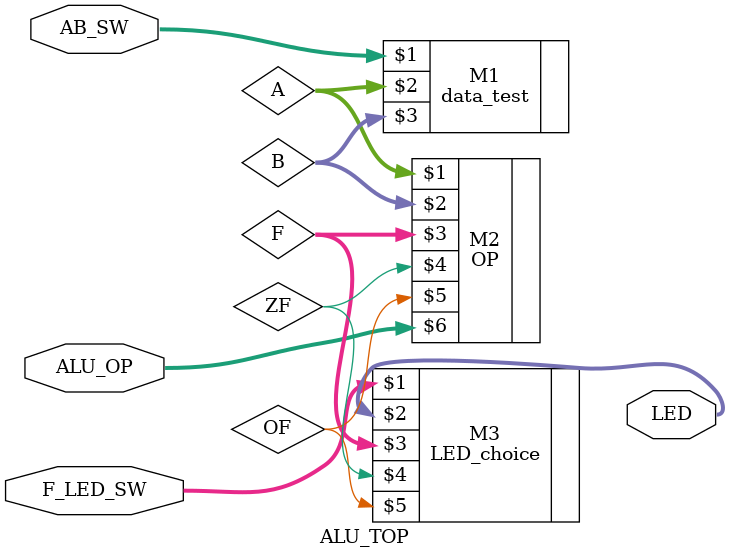
<source format=v>
`timescale 1ns / 1ps
module ALU_TOP(AB_SW,ALU_OP,F_LED_SW,LED);
 input[2:0] AB_SW,ALU_OP,F_LED_SW;
 output[7:0] LED;
 wire[2:0] AB_SW,ALU_OP,F_LED_SW;
 wire[31:0] A,B,F;
 wire ZF,OF;
 wire[7:0] LED;
 data_test M1(AB_SW,A,B);
 OP M2(A,B,F,ZF,OF,ALU_OP);
 LED_choice M3(F_LED_SW,LED,F,ZF,OF);
 endmodule
 
 
 
 




</source>
